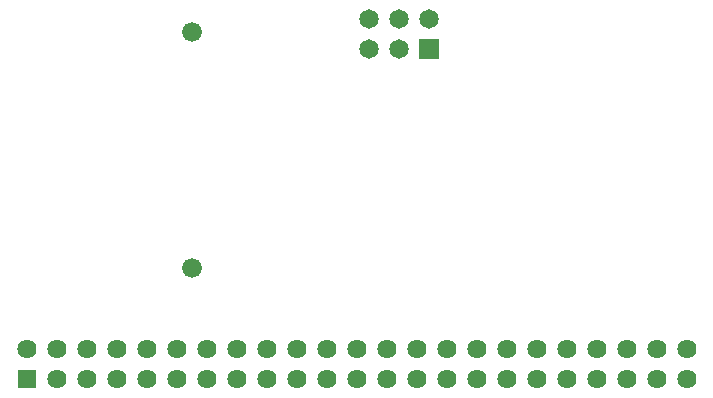
<source format=gts>
%FSLAX25Y25*%
%MOIN*%
G70*
G01*
G75*
G04 Layer_Color=8388736*
%ADD10C,0.01600*%
%ADD11C,0.05906*%
%ADD12R,0.05906X0.05906*%
%ADD13C,0.06000*%
%ADD14R,0.06000X0.06000*%
%ADD15C,0.04000*%
%ADD16R,0.03543X0.03740*%
%ADD17R,0.03740X0.03543*%
%ADD18O,0.08661X0.02362*%
%ADD19O,0.02362X0.08268*%
%ADD20C,0.00100*%
%ADD21C,0.06506*%
%ADD22R,0.06506X0.06506*%
%ADD23C,0.06400*%
%ADD24R,0.06400X0.06400*%
%ADD25C,0.06600*%
D21*
X191625Y127500D02*
D03*
Y117500D02*
D03*
X201625Y127500D02*
D03*
Y117500D02*
D03*
X211625Y127500D02*
D03*
D22*
Y117500D02*
D03*
D23*
X87500Y17500D02*
D03*
Y7500D02*
D03*
X177500Y17500D02*
D03*
X187500Y7500D02*
D03*
X177500D02*
D03*
X287500D02*
D03*
X297500Y17500D02*
D03*
X257500Y7500D02*
D03*
X187500Y17500D02*
D03*
X197500Y7500D02*
D03*
X167500Y17500D02*
D03*
X97500D02*
D03*
Y7500D02*
D03*
X227500Y17500D02*
D03*
Y7500D02*
D03*
X237500D02*
D03*
X247500D02*
D03*
X237500Y17500D02*
D03*
X247500D02*
D03*
X257500D02*
D03*
X267500D02*
D03*
Y7500D02*
D03*
X277500Y17500D02*
D03*
Y7500D02*
D03*
X287500Y17500D02*
D03*
X297500Y7500D02*
D03*
X217500Y17500D02*
D03*
Y7500D02*
D03*
X207500D02*
D03*
Y17500D02*
D03*
X117500D02*
D03*
X107500D02*
D03*
Y7500D02*
D03*
X117500D02*
D03*
X197500Y17500D02*
D03*
X157500D02*
D03*
X137500Y7500D02*
D03*
X167500D02*
D03*
X127500Y17500D02*
D03*
X137500D02*
D03*
X127500Y7500D02*
D03*
X147500D02*
D03*
Y17500D02*
D03*
X157500Y7500D02*
D03*
X77500Y17500D02*
D03*
D24*
Y7500D02*
D03*
D25*
X132500Y123100D02*
D03*
Y44400D02*
D03*
M02*

</source>
